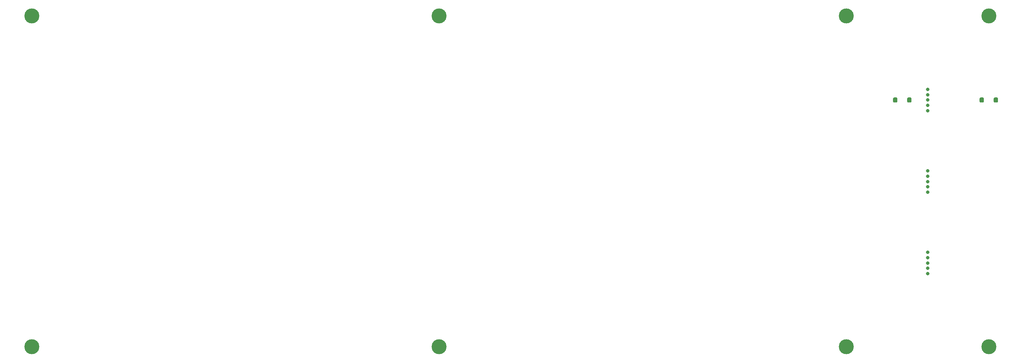
<source format=gbr>
G04 #@! TF.GenerationSoftware,KiCad,Pcbnew,(5.1.10-1-10_14)*
G04 #@! TF.CreationDate,2021-08-14T15:19:58-05:00*
G04 #@! TF.ProjectId,ori_top_plate,6f72695f-746f-4705-9f70-6c6174652e6b,rev?*
G04 #@! TF.SameCoordinates,Original*
G04 #@! TF.FileFunction,Soldermask,Bot*
G04 #@! TF.FilePolarity,Negative*
%FSLAX46Y46*%
G04 Gerber Fmt 4.6, Leading zero omitted, Abs format (unit mm)*
G04 Created by KiCad (PCBNEW (5.1.10-1-10_14)) date 2021-08-14 15:19:58*
%MOMM*%
%LPD*%
G01*
G04 APERTURE LIST*
%ADD10C,0.800000*%
%ADD11C,3.500000*%
G04 APERTURE END LIST*
D10*
X375048450Y-97631692D03*
X375048450Y-96381692D03*
X375048450Y-95131692D03*
X375048450Y-98881692D03*
X375048450Y-100131692D03*
G36*
G01*
X370270360Y-59868904D02*
X370270360Y-59168904D01*
G75*
G02*
X370520360Y-58918904I250000J0D01*
G01*
X371020360Y-58918904D01*
G75*
G02*
X371270360Y-59168904I0J-250000D01*
G01*
X371270360Y-59868904D01*
G75*
G02*
X371020360Y-60118904I-250000J0D01*
G01*
X370520360Y-60118904D01*
G75*
G02*
X370270360Y-59868904I0J250000D01*
G01*
G37*
G36*
G01*
X366970360Y-59868904D02*
X366970360Y-59168904D01*
G75*
G02*
X367220360Y-58918904I250000J0D01*
G01*
X367720360Y-58918904D01*
G75*
G02*
X367970360Y-59168904I0J-250000D01*
G01*
X367970360Y-59868904D01*
G75*
G02*
X367720360Y-60118904I-250000J0D01*
G01*
X367220360Y-60118904D01*
G75*
G02*
X366970360Y-59868904I0J250000D01*
G01*
G37*
X375048450Y-78581580D03*
X375048450Y-77331580D03*
X375048450Y-76081580D03*
X375048450Y-79831580D03*
X375048450Y-81081580D03*
X375048450Y-59518808D03*
X375048450Y-58268808D03*
X375048450Y-57018808D03*
X375048450Y-60768808D03*
X375048450Y-62018808D03*
G36*
G01*
X388211370Y-59168840D02*
X388211370Y-59868840D01*
G75*
G02*
X387961370Y-60118840I-250000J0D01*
G01*
X387461370Y-60118840D01*
G75*
G02*
X387211370Y-59868840I0J250000D01*
G01*
X387211370Y-59168840D01*
G75*
G02*
X387461370Y-58918840I250000J0D01*
G01*
X387961370Y-58918840D01*
G75*
G02*
X388211370Y-59168840I0J-250000D01*
G01*
G37*
G36*
G01*
X391511370Y-59168840D02*
X391511370Y-59868840D01*
G75*
G02*
X391261370Y-60118840I-250000J0D01*
G01*
X390761370Y-60118840D01*
G75*
G02*
X390511370Y-59868840I0J250000D01*
G01*
X390511370Y-59168840D01*
G75*
G02*
X390761370Y-58918840I250000J0D01*
G01*
X391261370Y-58918840D01*
G75*
G02*
X391511370Y-59168840I0J-250000D01*
G01*
G37*
D11*
X165523314Y-39873575D03*
X165523314Y-117264265D03*
X260773394Y-39873575D03*
X260773394Y-117264265D03*
X356023474Y-39873575D03*
X356023474Y-117264265D03*
X389361002Y-39873575D03*
X389361002Y-117264265D03*
M02*

</source>
